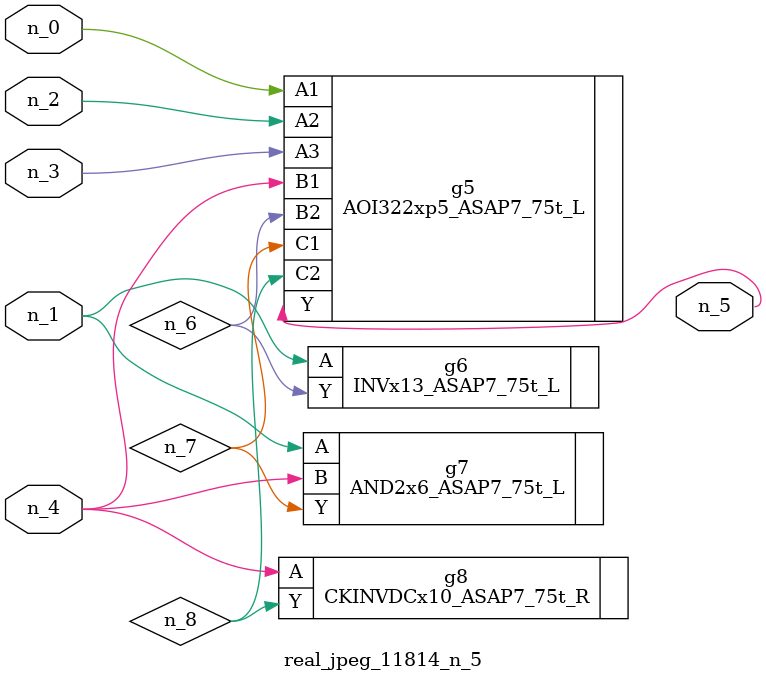
<source format=v>
module real_jpeg_11814_n_5 (n_4, n_0, n_1, n_2, n_3, n_5);

input n_4;
input n_0;
input n_1;
input n_2;
input n_3;

output n_5;

wire n_8;
wire n_6;
wire n_7;

AOI322xp5_ASAP7_75t_L g5 ( 
.A1(n_0),
.A2(n_2),
.A3(n_3),
.B1(n_4),
.B2(n_6),
.C1(n_7),
.C2(n_8),
.Y(n_5)
);

INVx13_ASAP7_75t_L g6 ( 
.A(n_1),
.Y(n_6)
);

AND2x6_ASAP7_75t_L g7 ( 
.A(n_1),
.B(n_4),
.Y(n_7)
);

CKINVDCx10_ASAP7_75t_R g8 ( 
.A(n_4),
.Y(n_8)
);


endmodule
</source>
